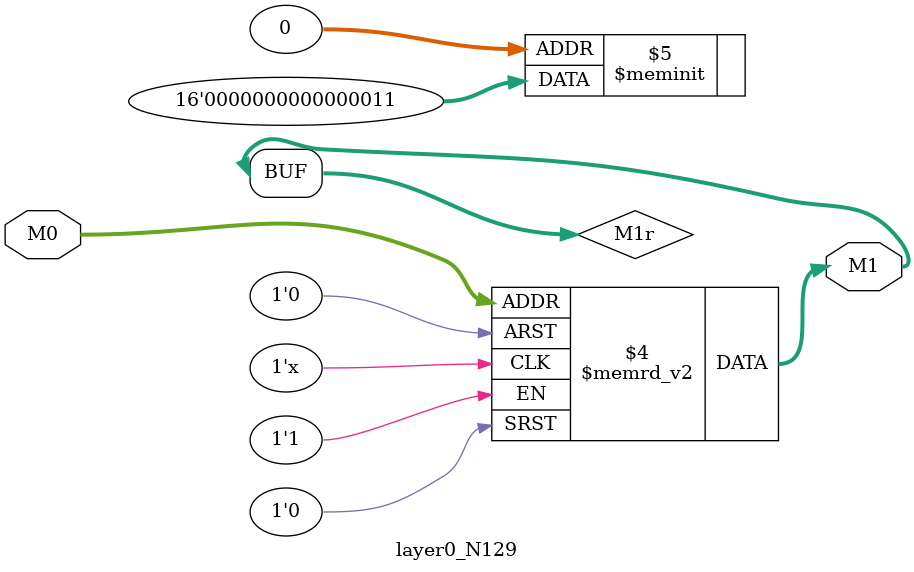
<source format=v>
module layer0_N129 ( input [2:0] M0, output [1:0] M1 );

	(*rom_style = "distributed" *) reg [1:0] M1r;
	assign M1 = M1r;
	always @ (M0) begin
		case (M0)
			3'b000: M1r = 2'b11;
			3'b100: M1r = 2'b00;
			3'b010: M1r = 2'b00;
			3'b110: M1r = 2'b00;
			3'b001: M1r = 2'b00;
			3'b101: M1r = 2'b00;
			3'b011: M1r = 2'b00;
			3'b111: M1r = 2'b00;

		endcase
	end
endmodule

</source>
